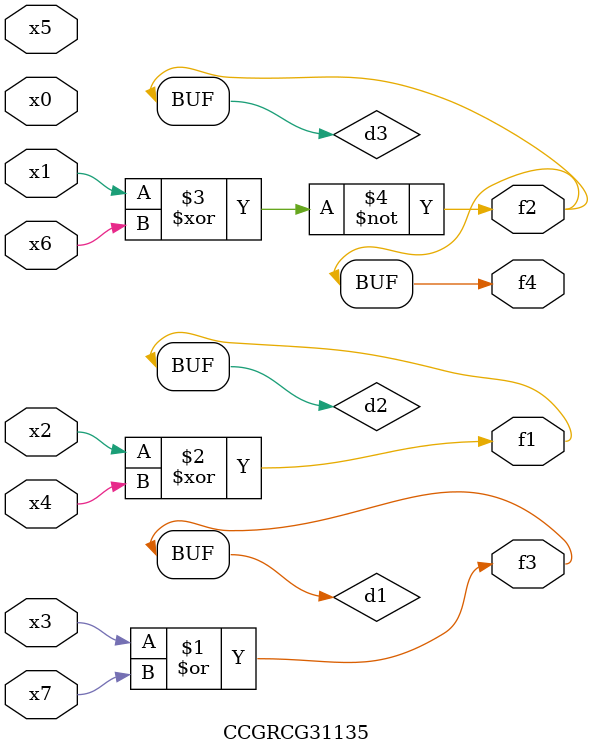
<source format=v>
module CCGRCG31135(
	input x0, x1, x2, x3, x4, x5, x6, x7,
	output f1, f2, f3, f4
);

	wire d1, d2, d3;

	or (d1, x3, x7);
	xor (d2, x2, x4);
	xnor (d3, x1, x6);
	assign f1 = d2;
	assign f2 = d3;
	assign f3 = d1;
	assign f4 = d3;
endmodule

</source>
